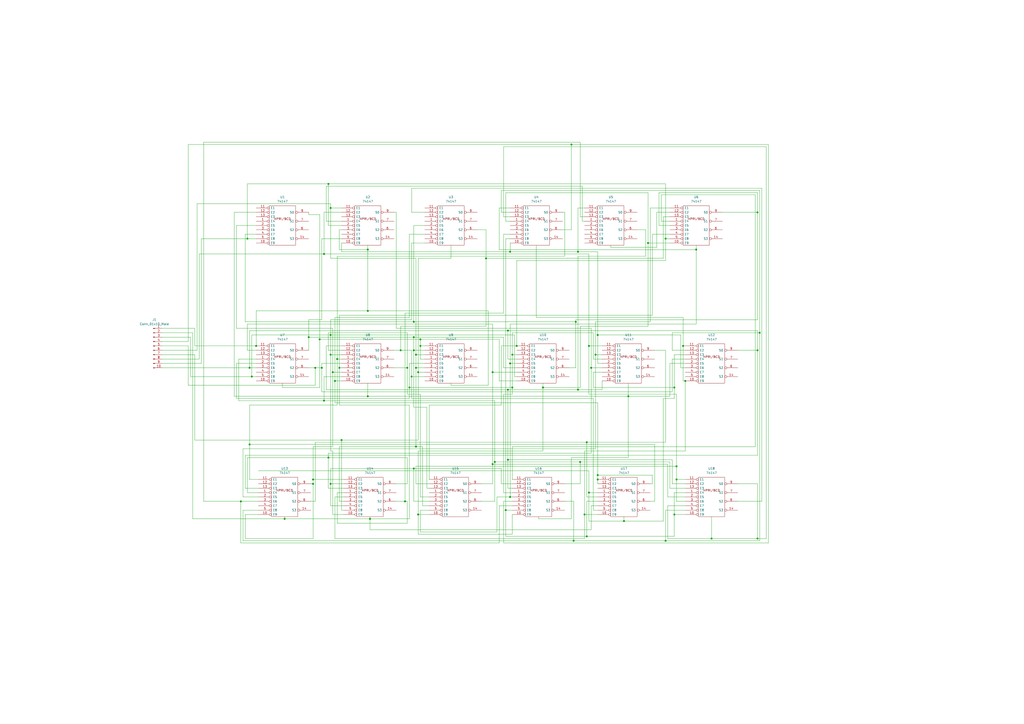
<source format=kicad_sch>
(kicad_sch (version 20211123) (generator eeschema)
  (paper "A2")
  (lib_symbols
    (symbol "74xx_IEEE:74147" (pin_names (offset 0.762))
      (property "Reference" "U" (at 5.08 12.7 0))
      (property "Value" "74147" (at 7.62 -12.7 0))
      (symbol "74147_0_0"
        (text "HPRI/BCD" (at 0 3.81 0) (effects (font (size 1.27 1.27))))
        (pin power_in line (at 0 11.43 270) (length 0) hide (name "VCC") (number "16"))
        (pin power_in line (at 0 -11.43 90) (length 0) hide (name "GND") (number "8"))
      )
      (symbol "74147_0_1"
        (rectangle (start -7.62 11.43) (end 7.62 -11.43))
      )
      (symbol "74147_1_1"
        (pin input inverted (at -15.24 2.54 0) (length 7.62) (name "E4") (number "1"))
        (pin input inverted (at -15.24 -10.16 0) (length 7.62) (name "E9") (number "10"))
        (pin input inverted (at -15.24 10.16 0) (length 7.62) (name "E1") (number "11"))
        (pin input inverted (at -15.24 7.62 0) (length 7.62) (name "E2") (number "12"))
        (pin input inverted (at -15.24 5.08 0) (length 7.62) (name "E3") (number "13"))
        (pin output inverted (at 15.24 -7.62 180) (length 7.62) (name "S3") (number "14"))
        (pin input inverted (at -15.24 0 0) (length 7.62) (name "E5") (number "2"))
        (pin input inverted (at -15.24 -2.54 0) (length 7.62) (name "E6") (number "3"))
        (pin input inverted (at -15.24 -5.08 0) (length 7.62) (name "E7") (number "4"))
        (pin input inverted (at -15.24 -7.62 0) (length 7.62) (name "E8") (number "5"))
        (pin output inverted (at 15.24 -2.54 180) (length 7.62) (name "S2") (number "6"))
        (pin output inverted (at 15.24 2.54 180) (length 7.62) (name "S1") (number "7"))
        (pin output inverted (at 15.24 7.62 180) (length 7.62) (name "S0") (number "9"))
      )
    )
    (symbol "Connector:Conn_01x10_Male" (pin_names (offset 1.016) hide)
      (property "Reference" "J" (at 0 12.7 0))
      (property "Value" "Conn_01x10_Male" (at 0 -15.24 0))
      (symbol "Conn_01x10_Male_1_1"
        (polyline (pts (xy 1.27 -12.7) (xy 0.8636 -12.7)) (stroke (width 0.1524)))
        (polyline (pts (xy 1.27 -10.16) (xy 0.8636 -10.16)) (stroke (width 0.1524)))
        (polyline (pts (xy 1.27 -7.62) (xy 0.8636 -7.62)) (stroke (width 0.1524)))
        (polyline (pts (xy 1.27 -5.08) (xy 0.8636 -5.08)) (stroke (width 0.1524)))
        (polyline (pts (xy 1.27 -2.54) (xy 0.8636 -2.54)) (stroke (width 0.1524)))
        (polyline (pts (xy 1.27 0) (xy 0.8636 0)) (stroke (width 0.1524)))
        (polyline (pts (xy 1.27 2.54) (xy 0.8636 2.54)) (stroke (width 0.1524)))
        (polyline (pts (xy 1.27 5.08) (xy 0.8636 5.08)) (stroke (width 0.1524)))
        (polyline (pts (xy 1.27 7.62) (xy 0.8636 7.62)) (stroke (width 0.1524)))
        (polyline (pts (xy 1.27 10.16) (xy 0.8636 10.16)) (stroke (width 0.1524)))
        (rectangle (start 0.8636 -12.573) (end 0 -12.827) (stroke (width 0.1524)) (fill (type outline)))
        (rectangle (start 0.8636 -10.033) (end 0 -10.287) (stroke (width 0.1524)) (fill (type outline)))
        (rectangle (start 0.8636 -7.493) (end 0 -7.747) (stroke (width 0.1524)) (fill (type outline)))
        (rectangle (start 0.8636 -4.953) (end 0 -5.207) (stroke (width 0.1524)) (fill (type outline)))
        (rectangle (start 0.8636 -2.413) (end 0 -2.667) (stroke (width 0.1524)) (fill (type outline)))
        (rectangle (start 0.8636 0.127) (end 0 -0.127) (stroke (width 0.1524)) (fill (type outline)))
        (rectangle (start 0.8636 2.667) (end 0 2.413) (stroke (width 0.1524)) (fill (type outline)))
        (rectangle (start 0.8636 5.207) (end 0 4.953) (stroke (width 0.1524)) (fill (type outline)))
        (rectangle (start 0.8636 7.747) (end 0 7.493) (stroke (width 0.1524)) (fill (type outline)))
        (rectangle (start 0.8636 10.287) (end 0 10.033) (stroke (width 0.1524)) (fill (type outline)))
        (pin passive line (at 5.08 10.16 180) (length 3.81) (name "Pin_1") (number "1"))
        (pin passive line (at 5.08 -12.7 180) (length 3.81) (name "Pin_10") (number "10"))
        (pin passive line (at 5.08 7.62 180) (length 3.81) (name "Pin_2") (number "2"))
        (pin passive line (at 5.08 5.08 180) (length 3.81) (name "Pin_3") (number "3"))
        (pin passive line (at 5.08 2.54 180) (length 3.81) (name "Pin_4") (number "4"))
        (pin passive line (at 5.08 0 180) (length 3.81) (name "Pin_5") (number "5"))
        (pin passive line (at 5.08 -2.54 180) (length 3.81) (name "Pin_6") (number "6"))
        (pin passive line (at 5.08 -5.08 180) (length 3.81) (name "Pin_7") (number "7"))
        (pin passive line (at 5.08 -7.62 180) (length 3.81) (name "Pin_8") (number "8"))
        (pin passive line (at 5.08 -10.16 180) (length 3.81) (name "Pin_9") (number "9"))
      )
    )
  )
  (junction (at 243.84 196.85))
  (junction (at 181.61 278.13))
  (junction (at 144.78 257.81))
  (junction (at 294.64 266.7))
  (junction (at 196.85 213.36))
  (junction (at 375.92 140.97))
  (junction (at 345.44 205.74))
  (junction (at 342.9 213.36))
  (junction (at 240.03 203.2))
  (junction (at 346.71 194.31))
  (junction (at 190.5 106.68))
  (junction (at 439.42 203.2))
  (junction (at 341.63 285.75))
  (junction (at 281.94 149.86))
  (junction (at 386.08 138.43))
  (junction (at 439.42 123.19))
  (junction (at 194.31 220.98))
  (junction (at 335.28 146.05))
  (junction (at 294.64 226.06))
  (junction (at 293.37 295.91))
  (junction (at 396.24 200.66))
  (junction (at 243.84 200.66))
  (junction (at 191.77 120.65))
  (junction (at 397.51 220.98))
  (junction (at 340.36 311.15))
  (junction (at 392.43 270.51))
  (junction (at 240.03 186.69))
  (junction (at 364.49 229.87))
  (junction (at 335.28 226.06))
  (junction (at 391.16 298.45))
  (junction (at 341.63 200.66))
  (junction (at 391.16 224.79))
  (junction (at 181.61 280.67))
  (junction (at 439.42 312.42))
  (junction (at 332.74 313.69))
  (junction (at 195.58 208.28))
  (junction (at 334.01 186.69))
  (junction (at 213.36 180.34))
  (junction (at 144.78 213.36))
  (junction (at 299.72 200.66))
  (junction (at 213.36 229.87))
  (junction (at 346.71 275.59))
  (junction (at 285.75 269.24))
  (junction (at 242.57 215.9))
  (junction (at 241.3 259.08))
  (junction (at 346.71 278.13))
  (junction (at 182.88 213.36))
  (junction (at 412.75 312.42))
  (junction (at 237.49 224.79))
  (junction (at 146.05 218.44))
  (junction (at 187.96 232.41))
  (junction (at 179.07 195.58))
  (junction (at 392.43 278.13))
  (junction (at 213.36 144.78))
  (junction (at 185.42 196.85))
  (junction (at 139.7 290.83))
  (junction (at 240.03 195.58))
  (junction (at 361.95 302.26))
  (junction (at 234.95 290.83))
  (junction (at 295.91 288.29))
  (junction (at 232.41 203.2))
  (junction (at 340.36 256.54))
  (junction (at 440.69 193.04))
  (junction (at 186.69 213.36))
  (junction (at 238.76 218.44))
  (junction (at 241.3 213.36))
  (junction (at 403.86 144.78))
  (junction (at 241.3 205.74))
  (junction (at 285.75 215.9))
  (junction (at 242.57 298.45))
  (junction (at 295.91 146.05))
  (junction (at 331.47 83.82))
  (junction (at 143.51 138.43))
  (junction (at 236.22 213.36))
  (junction (at 193.04 215.9))
  (junction (at 297.18 224.79))
  (junction (at 294.64 191.77))
  (junction (at 339.09 298.45))
  (junction (at 148.59 200.66))
  (junction (at 295.91 210.82))
  (junction (at 191.77 205.74))
  (junction (at 190.5 265.43))
  (junction (at 191.77 194.31))
  (junction (at 336.55 267.97))
  (junction (at 240.03 271.78))
  (junction (at 297.18 205.74))
  (junction (at 314.96 224.79))
  (junction (at 187.96 147.32))
  (junction (at 386.08 313.69))
  (junction (at 214.63 300.99))
  (junction (at 165.1 300.99))
  (junction (at 287.02 267.97))
  (junction (at 191.77 280.67))
  (junction (at 198.12 255.27))
  (wire (pts (xy 377.19 290.83) (xy 379.73 290.83)))
  (wire (pts (xy 238.76 109.22) (xy 238.76 123.19)))
  (wire (pts (xy 196.85 259.08) (xy 241.3 259.08)))
  (wire (pts (xy 314.96 261.62) (xy 242.57 261.62)))
  (wire (pts (xy 445.77 314.96) (xy 445.77 83.82)))
  (wire (pts (xy 295.91 128.27) (xy 293.37 128.27)))
  (wire (pts (xy 246.38 200.66) (xy 243.84 200.66)))
  (wire (pts (xy 388.62 130.81) (xy 382.27 130.81)))
  (wire (pts (xy 140.97 288.29) (xy 140.97 260.35)))
  (wire (pts (xy 336.55 224.79) (xy 314.96 224.79)))
  (wire (pts (xy 198.12 123.19) (xy 187.96 123.19)))
  (wire (pts (xy 214.63 300.99) (xy 214.63 307.34)))
  (wire (pts (xy 381 123.19) (xy 388.62 123.19)))
  (wire (pts (xy 392.43 278.13) (xy 397.51 278.13)))
  (wire (pts (xy 142.24 312.42) (xy 181.61 312.42)))
  (wire (pts (xy 213.36 229.87) (xy 364.49 229.87)))
  (wire (pts (xy 345.44 260.35) (xy 345.44 205.74)))
  (wire (pts (xy 289.56 220.98) (xy 289.56 196.85)))
  (wire (pts (xy 377.19 186.69) (xy 345.44 186.69)))
  (wire (pts (xy 283.21 223.52) (xy 283.21 180.34)))
  (wire (pts (xy 341.63 273.05) (xy 341.63 285.75)))
  (wire (pts (xy 237.49 210.82) (xy 237.49 224.79)))
  (wire (pts (xy 261.62 222.25) (xy 261.62 223.52)))
  (wire (pts (xy 383.54 128.27) (xy 388.62 128.27)))
  (wire (pts (xy 292.1 181.61) (xy 234.95 181.61)))
  (wire (pts (xy 93.98 190.5) (xy 113.03 190.5)))
  (wire (pts (xy 237.49 184.15) (xy 194.31 184.15)))
  (wire (pts (xy 377.19 120.65) (xy 377.19 186.69)))
  (wire (pts (xy 248.92 283.21) (xy 247.65 283.21)))
  (wire (pts (xy 281.94 149.86) (xy 281.94 189.23)))
  (wire (pts (xy 383.54 113.03) (xy 383.54 128.27)))
  (wire (pts (xy 110.49 195.58) (xy 110.49 218.44)))
  (wire (pts (xy 242.57 309.88) (xy 242.57 298.45)))
  (wire (pts (xy 246.38 135.89) (xy 237.49 135.89)))
  (wire (pts (xy 297.18 259.08) (xy 438.15 259.08)))
  (wire (pts (xy 387.35 293.37) (xy 397.51 293.37)))
  (wire (pts (xy 281.94 133.35) (xy 281.94 149.86)))
  (wire (pts (xy 346.71 233.68) (xy 346.71 275.59)))
  (wire (pts (xy 111.76 193.04) (xy 111.76 300.99)))
  (wire (pts (xy 335.28 226.06) (xy 349.25 226.06)))
  (wire (pts (xy 334.01 186.69) (xy 240.03 186.69)))
  (wire (pts (xy 248.92 290.83) (xy 240.03 290.83)))
  (wire (pts (xy 93.98 203.2) (xy 114.3 203.2)))
  (wire (pts (xy 243.84 288.29) (xy 243.84 228.6)))
  (wire (pts (xy 148.59 200.66) (xy 148.59 180.34)))
  (wire (pts (xy 236.22 303.53) (xy 236.22 290.83)))
  (wire (pts (xy 237.49 224.79) (xy 237.49 231.14)))
  (wire (pts (xy 93.98 213.36) (xy 144.78 213.36)))
  (wire (pts (xy 237.49 224.79) (xy 297.18 224.79)))
  (wire (pts (xy 392.43 228.6) (xy 392.43 270.51)))
  (wire (pts (xy 139.7 314.96) (xy 289.56 314.96)))
  (wire (pts (xy 198.12 146.05) (xy 295.91 146.05)))
  (wire (pts (xy 196.85 182.88) (xy 378.46 182.88)))
  (wire (pts (xy 292.1 290.83) (xy 292.1 314.96)))
  (wire (pts (xy 182.88 290.83) (xy 182.88 256.54)))
  (wire (pts (xy 364.49 229.87) (xy 364.49 222.25)))
  (wire (pts (xy 297.18 280.67) (xy 290.83 280.67)))
  (wire (pts (xy 179.07 124.46) (xy 185.42 124.46)))
  (wire (pts (xy 387.35 269.24) (xy 285.75 269.24)))
  (wire (pts (xy 181.61 259.08) (xy 181.61 278.13)))
  (wire (pts (xy 185.42 124.46) (xy 185.42 196.85)))
  (wire (pts (xy 214.63 299.72) (xy 214.63 300.99)))
  (wire (pts (xy 191.77 185.42) (xy 238.76 185.42)))
  (wire (pts (xy 294.64 226.06) (xy 335.28 226.06)))
  (wire (pts (xy 326.39 123.19) (xy 327.66 123.19)))
  (wire (pts (xy 241.3 270.51) (xy 392.43 270.51)))
  (wire (pts (xy 189.23 107.95) (xy 189.23 128.27)))
  (wire (pts (xy 144.78 234.95) (xy 195.58 234.95)))
  (wire (pts (xy 396.24 200.66) (xy 396.24 220.98)))
  (wire (pts (xy 440.69 193.04) (xy 440.69 313.69)))
  (wire (pts (xy 311.15 142.24) (xy 311.15 184.15)))
  (wire (pts (xy 290.83 200.66) (xy 299.72 200.66)))
  (wire (pts (xy 334.01 213.36) (xy 334.01 186.69)))
  (wire (pts (xy 381 143.51) (xy 381 123.19)))
  (wire (pts (xy 346.71 275.59) (xy 346.71 278.13)))
  (wire (pts (xy 298.45 218.44) (xy 298.45 194.31)))
  (wire (pts (xy 297.18 278.13) (xy 297.18 259.08)))
  (wire (pts (xy 397.51 213.36) (xy 394.97 213.36)))
  (wire (pts (xy 190.5 193.04) (xy 236.22 193.04)))
  (wire (pts (xy 281.94 189.23) (xy 232.41 189.23)))
  (wire (pts (xy 403.86 144.78) (xy 403.86 187.96)))
  (wire (pts (xy 243.84 295.91) (xy 248.92 295.91)))
  (wire (pts (xy 240.03 271.78) (xy 191.77 271.78)))
  (wire (pts (xy 196.85 290.83) (xy 196.85 259.08)))
  (wire (pts (xy 332.74 290.83) (xy 327.66 290.83)))
  (wire (pts (xy 143.51 265.43) (xy 190.5 265.43)))
  (wire (pts (xy 287.02 290.83) (xy 287.02 267.97)))
  (wire (pts (xy 445.77 83.82) (xy 331.47 83.82)))
  (wire (pts (xy 148.59 208.28) (xy 138.43 208.28)))
  (wire (pts (xy 295.91 288.29) (xy 288.29 288.29)))
  (wire (pts (xy 386.08 203.2) (xy 386.08 256.54)))
  (wire (pts (xy 238.76 218.44) (xy 238.76 203.2)))
  (wire (pts (xy 193.04 298.45) (xy 193.04 261.62)))
  (wire (pts (xy 341.63 228.6) (xy 392.43 228.6)))
  (wire (pts (xy 294.64 208.28) (xy 294.64 191.77)))
  (wire (pts (xy 189.23 128.27) (xy 198.12 128.27)))
  (wire (pts (xy 109.22 200.66) (xy 109.22 223.52)))
  (wire (pts (xy 240.03 195.58) (xy 240.03 203.2)))
  (wire (pts (xy 115.57 208.28) (xy 115.57 147.32)))
  (wire (pts (xy 387.35 312.42) (xy 387.35 293.37)))
  (wire (pts (xy 229.87 190.5) (xy 342.9 190.5)))
  (wire (pts (xy 297.18 285.75) (xy 292.1 285.75)))
  (wire (pts (xy 349.25 213.36) (xy 342.9 213.36)))
  (wire (pts (xy 386.08 313.69) (xy 332.74 313.69)))
  (wire (pts (xy 297.18 193.04) (xy 344.17 193.04)))
  (wire (pts (xy 199.39 293.37) (xy 191.77 293.37)))
  (wire (pts (xy 240.03 203.2) (xy 240.03 236.22)))
  (wire (pts (xy 335.28 146.05) (xy 346.71 146.05)))
  (wire (pts (xy 403.86 187.96) (xy 295.91 187.96)))
  (wire (pts (xy 149.86 283.21) (xy 142.24 283.21)))
  (wire (pts (xy 374.65 148.59) (xy 335.28 148.59)))
  (wire (pts (xy 387.35 288.29) (xy 387.35 269.24)))
  (wire (pts (xy 182.88 223.52) (xy 182.88 213.36)))
  (wire (pts (xy 198.12 133.35) (xy 196.85 133.35)))
  (wire (pts (xy 339.09 261.62) (xy 339.09 298.45)))
  (wire (pts (xy 439.42 123.19) (xy 439.42 185.42)))
  (wire (pts (xy 163.83 222.25) (xy 163.83 224.79)))
  (wire (pts (xy 388.62 267.97) (xy 336.55 267.97)))
  (wire (pts (xy 190.5 130.81) (xy 190.5 106.68)))
  (wire (pts (xy 276.86 133.35) (xy 281.94 133.35)))
  (wire (pts (xy 198.12 140.97) (xy 198.12 146.05)))
  (wire (pts (xy 397.51 261.62) (xy 339.09 261.62)))
  (wire (pts (xy 396.24 184.15) (xy 396.24 200.66)))
  (wire (pts (xy 397.51 295.91) (xy 386.08 295.91)))
  (wire (pts (xy 364.49 265.43) (xy 364.49 229.87)))
  (wire (pts (xy 149.86 288.29) (xy 140.97 288.29)))
  (wire (pts (xy 261.62 142.24) (xy 261.62 149.86)))
  (wire (pts (xy 139.7 290.83) (xy 149.86 290.83)))
  (wire (pts (xy 186.69 227.33) (xy 186.69 213.36)))
  (wire (pts (xy 196.85 234.95) (xy 237.49 234.95)))
  (wire (pts (xy 345.44 205.74) (xy 349.25 205.74)))
  (wire (pts (xy 199.39 298.45) (xy 193.04 298.45)))
  (wire (pts (xy 193.04 215.9) (xy 198.12 215.9)))
  (wire (pts (xy 340.36 288.29) (xy 346.71 288.29)))
  (wire (pts (xy 179.07 213.36) (xy 182.88 213.36)))
  (wire (pts (xy 143.51 138.43) (xy 143.51 106.68)))
  (wire (pts (xy 198.12 208.28) (xy 195.58 208.28)))
  (wire (pts (xy 299.72 151.13) (xy 386.08 151.13)))
  (wire (pts (xy 246.38 130.81) (xy 240.03 130.81)))
  (wire (pts (xy 142.24 186.69) (xy 142.24 135.89)))
  (wire (pts (xy 419.1 123.19) (xy 439.42 123.19)))
  (wire (pts (xy 143.51 187.96) (xy 285.75 187.96)))
  (wire (pts (xy 289.56 144.78) (xy 403.86 144.78)))
  (wire (pts (xy 238.76 218.44) (xy 238.76 231.14)))
  (wire (pts (xy 279.4 280.67) (xy 285.75 280.67)))
  (wire (pts (xy 342.9 307.34) (xy 214.63 307.34)))
  (wire (pts (xy 116.84 138.43) (xy 143.51 138.43)))
  (wire (pts (xy 295.91 187.96) (xy 295.91 210.82)))
  (wire (pts (xy 240.03 203.2) (xy 246.38 203.2)))
  (wire (pts (xy 394.97 213.36) (xy 394.97 194.31)))
  (wire (pts (xy 179.07 195.58) (xy 240.03 195.58)))
  (wire (pts (xy 369.57 133.35) (xy 374.65 133.35)))
  (wire (pts (xy 181.61 278.13) (xy 181.61 280.67)))
  (wire (pts (xy 336.55 280.67) (xy 327.66 280.67)))
  (wire (pts (xy 292.1 135.89) (xy 292.1 181.61)))
  (wire (pts (xy 144.78 213.36) (xy 144.78 191.77)))
  (wire (pts (xy 292.1 213.36) (xy 292.1 195.58)))
  (wire (pts (xy 199.39 285.75) (xy 195.58 285.75)))
  (wire (pts (xy 374.65 133.35) (xy 374.65 148.59)))
  (wire (pts (xy 228.6 213.36) (xy 236.22 213.36)))
  (wire (pts (xy 340.36 256.54) (xy 386.08 256.54)))
  (wire (pts (xy 341.63 285.75) (xy 341.63 302.26)))
  (wire (pts (xy 297.18 290.83) (xy 292.1 290.83)))
  (wire (pts (xy 299.72 218.44) (xy 298.45 218.44)))
  (wire (pts (xy 346.71 278.13) (xy 346.71 280.67)))
  (wire (pts (xy 285.75 269.24) (xy 285.75 280.67)))
  (wire (pts (xy 439.42 203.2) (xy 427.99 203.2)))
  (wire (pts (xy 346.71 210.82) (xy 349.25 210.82)))
  (wire (pts (xy 349.25 226.06) (xy 349.25 220.98)))
  (wire (pts (xy 193.04 261.62) (xy 191.77 261.62)))
  (wire (pts (xy 297.18 295.91) (xy 293.37 295.91)))
  (wire (pts (xy 181.61 312.42) (xy 181.61 280.67)))
  (wire (pts (xy 198.12 220.98) (xy 194.31 220.98)))
  (wire (pts (xy 388.62 125.73) (xy 384.81 125.73)))
  (wire (pts (xy 299.72 210.82) (xy 295.91 210.82)))
  (wire (pts (xy 354.33 142.24) (xy 354.33 143.51)))
  (wire (pts (xy 142.24 264.16) (xy 142.24 283.21)))
  (wire (pts (xy 295.91 146.05) (xy 335.28 146.05)))
  (wire (pts (xy 364.49 229.87) (xy 388.62 229.87)))
  (wire (pts (xy 439.42 191.77) (xy 439.42 203.2)))
  (wire (pts (xy 287.02 232.41) (xy 287.02 267.97)))
  (wire (pts (xy 375.92 189.23) (xy 336.55 189.23)))
  (wire (pts (xy 341.63 302.26) (xy 361.95 302.26)))
  (wire (pts (xy 349.25 215.9) (xy 344.17 215.9)))
  (wire (pts (xy 397.51 208.28) (xy 389.89 208.28)))
  (wire (pts (xy 165.1 300.99) (xy 165.1 299.72)))
  (wire (pts (xy 195.58 208.28) (xy 195.58 234.95)))
  (wire (pts (xy 386.08 313.69) (xy 440.69 313.69)))
  (wire (pts (xy 341.63 285.75) (xy 346.71 285.75)))
  (wire (pts (xy 297.18 309.88) (xy 242.57 309.88)))
  (wire (pts (xy 389.89 193.04) (xy 440.69 193.04)))
  (wire (pts (xy 292.1 125.73) (xy 292.1 85.09)))
  (wire (pts (xy 109.22 83.82) (xy 109.22 198.12)))
  (wire (pts (xy 346.71 290.83) (xy 340.36 290.83)))
  (wire (pts (xy 237.49 300.99) (xy 214.63 300.99)))
  (wire (pts (xy 331.47 300.99) (xy 331.47 265.43)))
  (wire (pts (xy 441.96 109.22) (xy 238.76 109.22)))
  (wire (pts (xy 297.18 224.79) (xy 297.18 205.74)))
  (wire (pts (xy 285.75 215.9) (xy 285.75 269.24)))
  (wire (pts (xy 146.05 194.31) (xy 146.05 218.44)))
  (wire (pts (xy 292.1 85.09) (xy 444.5 85.09)))
  (wire (pts (xy 229.87 123.19) (xy 229.87 190.5)))
  (wire (pts (xy 138.43 232.41) (xy 187.96 232.41)))
  (wire (pts (xy 187.96 147.32) (xy 341.63 147.32)))
  (wire (pts (xy 182.88 213.36) (xy 186.69 213.36)))
  (wire (pts (xy 237.49 234.95) (xy 237.49 300.99)))
  (wire (pts (xy 199.39 278.13) (xy 181.61 278.13)))
  (wire (pts (xy 146.05 218.44) (xy 148.59 218.44)))
  (wire (pts (xy 143.51 106.68) (xy 190.5 106.68)))
  (wire (pts (xy 297.18 288.29) (xy 295.91 288.29)))
  (wire (pts (xy 148.59 138.43) (xy 143.51 138.43)))
  (wire (pts (xy 295.91 123.19) (xy 290.83 123.19)))
  (wire (pts (xy 389.89 208.28) (xy 389.89 227.33)))
  (wire (pts (xy 289.56 120.65) (xy 289.56 144.78)))
  (wire (pts (xy 189.23 200.66) (xy 198.12 200.66)))
  (wire (pts (xy 113.03 200.66) (xy 148.59 200.66)))
  (wire (pts (xy 314.96 224.79) (xy 314.96 261.62)))
  (wire (pts (xy 234.95 290.83) (xy 236.22 290.83)))
  (wire (pts (xy 140.97 260.35) (xy 345.44 260.35)))
  (wire (pts (xy 243.84 208.28) (xy 246.38 208.28)))
  (wire (pts (xy 292.1 314.96) (xy 445.77 314.96)))
  (wire (pts (xy 261.62 149.86) (xy 242.57 149.86)))
  (wire (pts (xy 194.31 233.68) (xy 346.71 233.68)))
  (wire (pts (xy 392.43 270.51) (xy 392.43 278.13)))
  (wire (pts (xy 388.62 283.21) (xy 388.62 267.97)))
  (wire (pts (xy 190.5 106.68) (xy 386.08 106.68)))
  (wire (pts (xy 330.2 213.36) (xy 334.01 213.36)))
  (wire (pts (xy 187.96 218.44) (xy 187.96 232.41)))
  (wire (pts (xy 290.83 123.19) (xy 290.83 110.49)))
  (wire (pts (xy 297.18 298.45) (xy 297.18 309.88)))
  (wire (pts (xy 148.59 130.81) (xy 137.16 130.81)))
  (wire (pts (xy 148.59 123.19) (xy 135.89 123.19)))
  (wire (pts (xy 294.64 266.7) (xy 294.64 283.21)))
  (wire (pts (xy 297.18 293.37) (xy 289.56 293.37)))
  (wire (pts (xy 243.84 228.6) (xy 236.22 228.6)))
  (wire (pts (xy 397.51 285.75) (xy 391.16 285.75)))
  (wire (pts (xy 335.28 120.65) (xy 335.28 146.05)))
  (wire (pts (xy 344.17 231.14) (xy 238.76 231.14)))
  (wire (pts (xy 427.99 280.67) (xy 439.42 280.67)))
  (wire (pts (xy 378.46 135.89) (xy 378.46 182.88)))
  (wire (pts (xy 115.57 147.32) (xy 187.96 147.32)))
  (wire (pts (xy 342.9 293.37) (xy 342.9 307.34)))
  (wire (pts (xy 287.02 267.97) (xy 336.55 267.97)))
  (wire (pts (xy 396.24 220.98) (xy 397.51 220.98)))
  (wire (pts (xy 139.7 314.96) (xy 139.7 290.83)))
  (wire (pts (xy 137.16 210.82) (xy 137.16 231.14)))
  (wire (pts (xy 241.3 259.08) (xy 245.11 259.08)))
  (wire (pts (xy 293.37 111.76) (xy 375.92 111.76)))
  (wire (pts (xy 292.1 195.58) (xy 240.03 195.58)))
  (wire (pts (xy 148.59 203.2) (xy 143.51 203.2)))
  (wire (pts (xy 389.89 266.7) (xy 294.64 266.7)))
  (wire (pts (xy 195.58 303.53) (xy 236.22 303.53)))
  (wire (pts (xy 295.91 140.97) (xy 295.91 146.05)))
  (wire (pts (xy 229.87 280.67) (xy 236.22 280.67)))
  (wire (pts (xy 397.51 210.82) (xy 388.62 210.82)))
  (wire (pts (xy 142.24 298.45) (xy 142.24 312.42)))
  (wire (pts (xy 195.58 285.75) (xy 195.58 303.53)))
  (wire (pts (xy 149.86 273.05) (xy 341.63 273.05)))
  (wire (pts (xy 311.15 184.15) (xy 396.24 184.15)))
  (wire (pts (xy 294.64 191.77) (xy 439.42 191.77)))
  (wire (pts (xy 196.85 133.35) (xy 196.85 144.78)))
  (wire (pts (xy 238.76 140.97) (xy 238.76 185.42)))
  (wire (pts (xy 344.17 295.91) (xy 344.17 231.14)))
  (wire (pts (xy 196.85 182.88) (xy 196.85 213.36)))
  (wire (pts (xy 237.49 135.89) (xy 237.49 184.15)))
  (wire (pts (xy 143.51 203.2) (xy 143.51 187.96)))
  (wire (pts (xy 295.91 135.89) (xy 292.1 135.89)))
  (wire (pts (xy 412.75 299.72) (xy 412.75 312.42)))
  (wire (pts (xy 378.46 275.59) (xy 346.71 275.59)))
  (wire (pts (xy 289.56 196.85) (xy 243.84 196.85)))
  (wire (pts (xy 179.07 203.2) (xy 179.07 195.58)))
  (wire (pts (xy 439.42 264.16) (xy 439.42 203.2)))
  (wire (pts (xy 185.42 224.79) (xy 185.42 196.85)))
  (wire (pts (xy 240.03 290.83) (xy 240.03 271.78)))
  (wire (pts (xy 242.57 149.86) (xy 242.57 215.9)))
  (wire (pts (xy 391.16 224.79) (xy 391.16 231.14)))
  (wire (pts (xy 345.44 186.69) (xy 345.44 205.74)))
  (wire (pts (xy 389.89 227.33) (xy 186.69 227.33)))
  (wire (pts (xy 137.16 190.5) (xy 193.04 190.5)))
  (wire (pts (xy 187.96 232.41) (xy 287.02 232.41)))
  (wire (pts (xy 241.3 259.08) (xy 241.3 213.36)))
  (wire (pts (xy 297.18 205.74) (xy 297.18 193.04)))
  (wire (pts (xy 336.55 189.23) (xy 336.55 224.79)))
  (wire (pts (xy 342.9 213.36) (xy 342.9 262.89)))
  (wire (pts (xy 113.03 190.5) (xy 113.03 200.66)))
  (wire (pts (xy 198.12 295.91) (xy 199.39 295.91)))
  (wire (pts (xy 391.16 285.75) (xy 391.16 298.45)))
  (wire (pts (xy 118.11 82.55) (xy 118.11 290.83)))
  (wire (pts (xy 388.62 120.65) (xy 377.19 120.65)))
  (wire (pts (xy 199.39 290.83) (xy 196.85 290.83)))
  (wire (pts (xy 194.31 312.42) (xy 194.31 288.29)))
  (wire (pts (xy 388.62 135.89) (xy 378.46 135.89)))
  (wire (pts (xy 388.62 140.97) (xy 375.92 140.97)))
  (wire (pts (xy 339.09 125.73) (xy 336.55 125.73)))
  (wire (pts (xy 232.41 203.2) (xy 228.6 203.2)))
  (wire (pts (xy 241.3 149.86) (xy 241.3 205.74)))
  (wire (pts (xy 312.42 299.72) (xy 312.42 300.99)))
  (wire (pts (xy 334.01 185.42) (xy 334.01 186.69)))
  (wire (pts (xy 191.77 205.74) (xy 191.77 194.31)))
  (wire (pts (xy 245.11 293.37) (xy 245.11 259.08)))
  (wire (pts (xy 191.77 293.37) (xy 191.77 280.67)))
  (wire (pts (xy 384.81 231.14) (xy 391.16 231.14)))
  (wire (pts (xy 349.25 200.66) (xy 341.63 200.66)))
  (wire (pts (xy 242.57 298.45) (xy 248.92 298.45)))
  (wire (pts (xy 193.04 190.5) (xy 193.04 215.9)))
  (wire (pts (xy 93.98 210.82) (xy 116.84 210.82)))
  (wire (pts (xy 331.47 265.43) (xy 364.49 265.43)))
  (wire (pts (xy 229.87 290.83) (xy 234.95 290.83)))
  (wire (pts (xy 232.41 189.23) (xy 232.41 203.2)))
  (wire (pts (xy 295.91 138.43) (xy 293.37 138.43)))
  (wire (pts (xy 137.16 231.14) (xy 237.49 231.14)))
  (wire (pts (xy 148.59 180.34) (xy 213.36 180.34)))
  (wire (pts (xy 340.36 311.15) (xy 391.16 311.15)))
  (wire (pts (xy 236.22 280.67) (xy 236.22 265.43)))
  (wire (pts (xy 340.36 256.54) (xy 340.36 288.29)))
  (wire (pts (xy 337.82 107.95) (xy 189.23 107.95)))
  (wire (pts (xy 397.51 288.29) (xy 387.35 288.29)))
  (wire (pts (xy 292.1 228.6) (xy 297.18 228.6)))
  (wire (pts (xy 196.85 213.36) (xy 196.85 234.95)))
  (wire (pts (xy 299.72 213.36) (xy 292.1 213.36)))
  (wire (pts (xy 186.69 138.43) (xy 186.69 185.42)))
  (wire (pts (xy 189.23 200.66) (xy 189.23 226.06)))
  (wire (pts (xy 179.07 185.42) (xy 179.07 195.58)))
  (wire (pts (xy 346.71 298.45) (xy 339.09 298.45)))
  (wire (pts (xy 198.12 205.74) (xy 191.77 205.74)))
  (wire (pts (xy 198.12 130.81) (xy 190.5 130.81)))
  (wire (pts (xy 191.77 271.78) (xy 191.77 280.67)))
  (wire (pts (xy 109.22 83.82) (xy 331.47 83.82)))
  (wire (pts (xy 198.12 218.44) (xy 187.96 218.44)))
  (wire (pts (xy 138.43 208.28) (xy 138.43 232.41)))
  (wire (pts (xy 340.36 290.83) (xy 340.36 311.15)))
  (wire (pts (xy 189.23 226.06) (xy 294.64 226.06)))
  (wire (pts (xy 114.3 203.2) (xy 114.3 118.11)))
  (wire (pts (xy 191.77 149.86) (xy 241.3 149.86)))
  (wire (pts (xy 236.22 265.43) (xy 190.5 265.43)))
  (wire (pts (xy 294.64 226.06) (xy 294.64 266.7)))
  (wire (pts (xy 149.86 295.91) (xy 140.97 295.91)))
  (wire (pts (xy 190.5 203.2) (xy 190.5 193.04)))
  (wire (pts (xy 236.22 193.04) (xy 236.22 213.36)))
  (wire (pts (xy 388.62 210.82) (xy 388.62 229.87)))
  (wire (pts (xy 142.24 135.89) (xy 148.59 135.89)))
  (wire (pts (xy 187.96 123.19) (xy 187.96 147.32)))
  (wire (pts (xy 140.97 313.69) (xy 332.74 313.69)))
  (wire (pts (xy 182.88 256.54) (xy 340.36 256.54)))
  (wire (pts (xy 377.19 280.67) (xy 378.46 280.67)))
  (wire (pts (xy 109.22 223.52) (xy 182.88 223.52)))
  (wire (pts (xy 190.5 283.21) (xy 199.39 283.21)))
  (wire (pts (xy 378.46 280.67) (xy 378.46 275.59)))
  (wire (pts (xy 190.5 265.43) (xy 190.5 283.21)))
  (wire (pts (xy 293.37 128.27) (xy 293.37 111.76)))
  (wire (pts (xy 198.12 203.2) (xy 190.5 203.2)))
  (wire (pts (xy 290.83 234.95) (xy 290.83 200.66)))
  (wire (pts (xy 389.89 203.2) (xy 389.89 193.04)))
  (wire (pts (xy 228.6 123.19) (xy 229.87 123.19)))
  (wire (pts (xy 142.24 264.16) (xy 439.42 264.16)))
  (wire (pts (xy 339.09 128.27) (xy 337.82 128.27)))
  (wire (pts (xy 299.72 205.74) (xy 297.18 205.74)))
  (wire (pts (xy 234.95 181.61) (xy 234.95 290.83)))
  (wire (pts (xy 331.47 133.35) (xy 326.39 133.35)))
  (wire (pts (xy 196.85 144.78) (xy 213.36 144.78)))
  (wire (pts (xy 93.98 195.58) (xy 110.49 195.58)))
  (wire (pts (xy 191.77 205.74) (xy 191.77 261.62)))
  (wire (pts (xy 294.64 283.21) (xy 297.18 283.21)))
  (wire (pts (xy 243.84 200.66) (xy 243.84 208.28)))
  (wire (pts (xy 247.65 283.21) (xy 247.65 236.22)))
  (wire (pts (xy 248.92 234.95) (xy 290.83 234.95)))
  (wire (pts (xy 346.71 293.37) (xy 342.9 293.37)))
  (wire (pts (xy 191.77 194.31) (xy 298.45 194.31)))
  (wire (pts (xy 247.65 236.22) (xy 240.03 236.22)))
  (wire (pts (xy 110.49 218.44) (xy 146.05 218.44)))
  (wire (pts (xy 236.22 228.6) (xy 236.22 213.36)))
  (wire (pts (xy 438.15 113.03) (xy 383.54 113.03)))
  (wire (pts (xy 241.3 213.36) (xy 246.38 213.36)))
  (wire (pts (xy 379.73 257.81) (xy 379.73 290.83)))
  (wire (pts (xy 331.47 83.82) (xy 331.47 133.35)))
  (wire (pts (xy 242.57 215.9) (xy 242.57 255.27)))
  (wire (pts (xy 336.55 82.55) (xy 118.11 82.55)))
  (wire (pts (xy 194.31 220.98) (xy 194.31 233.68)))
  (wire (pts (xy 193.04 259.08) (xy 181.61 259.08)))
  (wire (pts (xy 391.16 205.74) (xy 397.51 205.74)))
  (wire (pts (xy 427.99 290.83) (xy 441.96 290.83)))
  (wire (pts (xy 299.72 200.66) (xy 299.72 151.13)))
  (wire (pts (xy 114.3 118.11) (xy 191.77 118.11)))
  (wire (pts (xy 386.08 106.68) (xy 386.08 138.43)))
  (wire (pts (xy 391.16 298.45) (xy 391.16 311.15)))
  (wire (pts (xy 332.74 313.69) (xy 332.74 290.83)))
  (wire (pts (xy 314.96 222.25) (xy 314.96 224.79)))
  (wire (pts (xy 379.73 257.81) (xy 144.78 257.81)))
  (wire (pts (xy 179.07 123.19) (xy 179.07 124.46)))
  (wire (pts (xy 149.86 285.75) (xy 143.51 285.75)))
  (wire (pts (xy 191.77 280.67) (xy 199.39 280.67)))
  (wire (pts (xy 198.12 255.27) (xy 198.12 295.91)))
  (wire (pts (xy 439.42 111.76) (xy 439.42 123.19)))
  (wire (pts (xy 285.75 187.96) (xy 285.75 215.9)))
  (wire (pts (xy 384.81 302.26) (xy 384.81 231.14)))
  (wire (pts (xy 344.17 193.04) (xy 344.17 208.28)))
  (wire (pts (xy 113.03 205.74) (xy 113.03 255.27)))
  (wire (pts (xy 295.91 120.65) (xy 289.56 120.65)))
  (wire (pts (xy 397.51 220.98) (xy 397.51 261.62)))
  (wire (pts (xy 198.12 138.43) (xy 186.69 138.43)))
  (wire (pts (xy 361.95 299.72) (xy 361.95 302.26)))
  (wire (pts (xy 113.03 255.27) (xy 198.12 255.27)))
  (wire (pts (xy 346.71 194.31) (xy 346.71 210.82)))
  (wire (pts (xy 312.42 300.99) (xy 331.47 300.99)))
  (wire (pts (xy 246.38 210.82) (xy 237.49 210.82)))
  (wire (pts (xy 246.38 218.44) (xy 238.76 218.44)))
  (wire (pts (xy 238.76 123.19) (xy 246.38 123.19)))
  (wire (pts (xy 240.03 130.81) (xy 240.03 186.69)))
  (wire (pts (xy 440.69 110.49) (xy 440.69 193.04)))
  (wire (pts (xy 295.91 125.73) (xy 292.1 125.73)))
  (wire (pts (xy 148.59 213.36) (xy 144.78 213.36)))
  (wire (pts (xy 180.34 280.67) (xy 181.61 280.67)))
  (wire (pts (xy 240.03 186.69) (xy 142.24 186.69)))
  (wire (pts (xy 243.84 308.61) (xy 243.84 295.91)))
  (wire (pts (xy 195.58 148.59) (xy 327.66 148.59)))
  (wire (pts (xy 191.77 185.42) (xy 191.77 194.31)))
  (wire (pts (xy 342.9 262.89) (xy 190.5 262.89)))
  (wire (pts (xy 339.09 298.45) (xy 339.09 312.42)))
  (wire (pts (xy 336.55 125.73) (xy 336.55 82.55)))
  (wire (pts (xy 397.51 203.2) (xy 389.89 203.2)))
  (wire (pts (xy 148.59 210.82) (xy 137.16 210.82)))
  (wire (pts (xy 191.77 118.11) (xy 191.77 120.65)))
  (wire (pts (xy 246.38 215.9) (xy 242.57 215.9)))
  (wire (pts (xy 248.92 280.67) (xy 241.3 280.67)))
  (wire (pts (xy 248.92 278.13) (xy 248.92 234.95)))
  (wire (pts (xy 344.17 208.28) (xy 349.25 208.28)))
  (wire (pts (xy 391.16 298.45) (xy 397.51 298.45)))
  (wire (pts (xy 386.08 295.91) (xy 386.08 313.69)))
  (wire (pts (xy 213.36 180.34) (xy 213.36 144.78)))
  (wire (pts (xy 248.92 293.37) (xy 245.11 293.37)))
  (wire (pts (xy 389.89 280.67) (xy 389.89 266.7)))
  (wire (pts (xy 135.89 123.19) (xy 135.89 229.87)))
  (wire (pts (xy 191.77 120.65) (xy 191.77 149.86)))
  (wire (pts (xy 290.83 271.78) (xy 240.03 271.78)))
  (wire (pts (xy 293.37 138.43) (xy 293.37 295.91)))
  (wire (pts (xy 198.12 120.65) (xy 191.77 120.65)))
  (wire (pts (xy 439.42 185.42) (xy 334.01 185.42)))
  (wire (pts (xy 248.92 288.29) (xy 243.84 288.29)))
  (wire (pts (xy 191.77 194.31) (xy 146.05 194.31)))
  (wire (pts (xy 297.18 228.6) (xy 297.18 224.79)))
  (wire (pts (xy 116.84 210.82) (xy 116.84 138.43)))
  (wire (pts (xy 361.95 302.26) (xy 384.81 302.26)))
  (wire (pts (xy 93.98 193.04) (xy 111.76 193.04)))
  (wire (pts (xy 288.29 308.61) (xy 243.84 308.61)))
  (wire (pts (xy 336.55 267.97) (xy 336.55 280.67)))
  (wire (pts (xy 444.5 312.42) (xy 439.42 312.42)))
  (wire (pts (xy 293.37 295.91) (xy 293.37 311.15)))
  (wire (pts (xy 194.31 288.29) (xy 199.39 288.29)))
  (wire (pts (xy 337.82 128.27) (xy 337.82 107.95)))
  (wire (pts (xy 185.42 196.85) (xy 243.84 196.85)))
  (wire (pts (xy 342.9 190.5) (xy 342.9 213.36)))
  (wire (pts (xy 354.33 143.51) (xy 381 143.51)))
  (wire (pts (xy 403.86 142.24) (xy 403.86 144.78)))
  (wire (pts (xy 392.43 290.83) (xy 392.43 278.13)))
  (wire (pts (xy 299.72 220.98) (xy 289.56 220.98)))
  (wire (pts (xy 144.78 191.77) (xy 294.64 191.77)))
  (wire (pts (xy 344.17 295.91) (xy 346.71 295.91)))
  (wire (pts (xy 232.41 203.2) (xy 238.76 203.2)))
  (wire (pts (xy 290.83 280.67) (xy 290.83 271.78)))
  (wire (pts (xy 140.97 295.91) (xy 140.97 313.69)))
  (wire (pts (xy 412.75 312.42) (xy 439.42 312.42)))
  (wire (pts (xy 137.16 130.81) (xy 137.16 190.5)))
  (wire (pts (xy 388.62 283.21) (xy 397.51 283.21)))
  (wire (pts (xy 163.83 224.79) (xy 185.42 224.79)))
  (wire (pts (xy 194.31 312.42) (xy 339.09 312.42)))
  (wire (pts (xy 213.36 222.25) (xy 213.36 229.87)))
  (wire (pts (xy 180.34 290.83) (xy 182.88 290.83)))
  (wire (pts (xy 341.63 200.66) (xy 341.63 228.6)))
  (wire (pts (xy 195.58 148.59) (xy 195.58 208.28)))
  (wire (pts (xy 283.21 180.34) (xy 213.36 180.34)))
  (wire (pts (xy 444.5 85.09) (xy 444.5 312.42)))
  (wire (pts (xy 118.11 290.83) (xy 139.7 290.83)))
  (wire (pts (xy 111.76 300.99) (xy 165.1 300.99)))
  (wire (pts (xy 382.27 111.76) (xy 439.42 111.76)))
  (wire (pts (xy 382.27 130.81) (xy 382.27 111.76)))
  (wire (pts (xy 344.17 215.9) (xy 344.17 224.79)))
  (wire (pts (xy 149.86 298.45) (xy 142.24 298.45)))
  (wire (pts (xy 246.38 140.97) (xy 238.76 140.97)))
  (wire (pts (xy 213.36 144.78) (xy 213.36 142.24)))
  (wire (pts (xy 243.84 196.85) (xy 243.84 200.66)))
  (wire (pts (xy 261.62 223.52) (xy 283.21 223.52)))
  (wire (pts (xy 93.98 200.66) (xy 109.22 200.66)))
  (wire (pts (xy 289.56 293.37) (xy 289.56 314.96)))
  (wire (pts (xy 327.66 123.19) (xy 327.66 148.59)))
  (wire (pts (xy 193.04 215.9) (xy 193.04 259.08)))
  (wire (pts (xy 394.97 194.31) (xy 346.71 194.31)))
  (wire (pts (xy 412.75 312.42) (xy 387.35 312.42)))
  (wire (pts (xy 386.08 138.43) (xy 388.62 138.43)))
  (wire (pts (xy 93.98 208.28) (xy 115.57 208.28)))
  (wire (pts (xy 339.09 120.65) (xy 335.28 120.65)))
  (wire (pts (xy 246.38 205.74) (xy 241.3 205.74)))
  (wire (pts (xy 299.72 208.28) (xy 294.64 208.28)))
  (wire (pts (xy 198.12 210.82) (xy 186.69 210.82)))
  (wire (pts (xy 439.42 280.67) (xy 439.42 312.42)))
  (wire (pts (xy 397.51 280.67) (xy 389.89 280.67)))
  (wire (pts (xy 290.83 110.49) (xy 440.69 110.49)))
  (wire (pts (xy 281.94 149.86) (xy 384.81 149.86)))
  (wire (pts (xy 93.98 205.74) (xy 113.03 205.74)))
  (wire (pts (xy 186.69 185.42) (xy 179.07 185.42)))
  (wire (pts (xy 186.69 210.82) (xy 186.69 213.36)))
  (wire (pts (xy 214.63 300.99) (xy 165.1 300.99)))
  (wire (pts (xy 144.78 234.95) (xy 144.78 257.81)))
  (wire (pts (xy 198.12 213.36) (xy 196.85 213.36)))
  (wire (pts (xy 144.78 278.13) (xy 149.86 278.13)))
  (wire (pts (xy 379.73 203.2) (xy 386.08 203.2)))
  (wire (pts (xy 346.71 146.05) (xy 346.71 194.31)))
  (wire (pts (xy 242.57 255.27) (xy 198.12 255.27)))
  (wire (pts (xy 292.1 285.75) (xy 292.1 228.6)))
  (wire (pts (xy 194.31 184.15) (xy 194.31 220.98)))
  (wire (pts (xy 279.4 290.83) (xy 287.02 290.83)))
  (wire (pts (xy 190.5 262.89) (xy 190.5 265.43)))
  (wire (pts (xy 295.91 210.82) (xy 295.91 288.29)))
  (wire (pts (xy 341.63 147.32) (xy 341.63 200.66)))
  (wire (pts (xy 135.89 229.87) (xy 213.36 229.87)))
  (wire (pts (xy 241.3 270.51) (xy 241.3 280.67)))
  (wire (pts (xy 375.92 140.97) (xy 375.92 189.23)))
  (wire (pts (xy 438.15 259.08) (xy 438.15 113.03)))
  (wire (pts (xy 288.29 288.29) (xy 288.29 308.61)))
  (wire (pts (xy 397.51 200.66) (xy 396.24 200.66)))
  (wire (pts (xy 299.72 215.9) (xy 285.75 215.9)))
  (wire (pts (xy 93.98 198.12) (xy 109.22 198.12)))
  (wire (pts (xy 335.28 148.59) (xy 335.28 226.06)))
  (wire (pts (xy 375.92 111.76) (xy 375.92 140.97)))
  (wire (pts (xy 384.81 125.73) (xy 384.81 149.86)))
  (wire (pts (xy 391.16 224.79) (xy 391.16 205.74)))
  (wire (pts (xy 242.57 261.62) (xy 242.57 298.45)))
  (wire (pts (xy 143.51 285.75) (xy 143.51 265.43)))
  (wire (pts (xy 293.37 311.15) (xy 340.36 311.15)))
  (wire (pts (xy 344.17 224.79) (xy 391.16 224.79)))
  (wire (pts (xy 397.51 290.83) (xy 392.43 290.83)))
  (wire (pts (xy 386.08 151.13) (xy 386.08 138.43)))
  (wire (pts (xy 144.78 257.81) (xy 144.78 278.13)))
  (wire (pts (xy 441.96 109.22) (xy 441.96 290.83)))
  (wire (pts (xy 241.3 205.74) (xy 241.3 213.36)))
  (symbol (lib_id "74xx_IEEE:74147") (at 412.75 210.82 0) (unit 1)
    (property "Reference" "U12" (at 412.75 194.31 0))
    (property "Value" "74147" (at 412.75 196.85 0))
  )
  (symbol (lib_id "Connector:Conn_01x10_Male") (at 88.9 200.66 0) (unit 1)
    (property "Reference" "J1" (at 89.535 185.42 0))
    (property "Value" "Conn_01x10_Male" (at 89.535 187.96 0))
  )
  (symbol (lib_id "74xx_IEEE:74147") (at 364.49 210.82 0) (unit 1)
    (property "Reference" "U11" (at 364.49 194.31 0))
    (property "Value" "74147" (at 364.49 196.85 0))
  )
  (symbol (lib_id "74xx_IEEE:74147") (at 311.15 130.81 0) (unit 1)
    (property "Reference" "U4" (at 311.15 114.3 0))
    (property "Value" "74147" (at 311.15 116.84 0))
  )
  (symbol (lib_id "74xx_IEEE:74147") (at 165.1 288.29 0) (unit 1)
    (property "Reference" "U13" (at 165.1 271.78 0))
    (property "Value" "74147" (at 165.1 274.32 0))
  )
  (symbol (lib_id "74xx_IEEE:74147") (at 214.63 288.29 0) (unit 1)
    (property "Reference" "U14" (at 214.63 271.78 0))
    (property "Value" "74147" (at 214.63 274.32 0))
  )
  (symbol (lib_id "74xx_IEEE:74147") (at 163.83 130.81 0) (unit 1)
    (property "Reference" "U1" (at 163.83 114.3 0))
    (property "Value" "74147" (at 163.83 116.84 0))
  )
  (symbol (lib_id "74xx_IEEE:74147") (at 163.83 210.82 0) (unit 1)
    (property "Reference" "U7" (at 163.83 194.31 0))
    (property "Value" "74147" (at 163.83 196.85 0))
  )
  (symbol (lib_id "74xx_IEEE:74147") (at 264.16 288.29 0) (unit 1)
    (property "Reference" "U15" (at 264.16 271.78 0))
    (property "Value" "74147" (at 264.16 274.32 0))
  )
  (symbol (lib_id "74xx_IEEE:74147") (at 261.62 130.81 0) (unit 1)
    (property "Reference" "U3" (at 261.62 114.3 0))
    (property "Value" "74147" (at 261.62 116.84 0))
  )
  (symbol (lib_id "74xx_IEEE:74147") (at 412.75 288.29 0) (unit 1)
    (property "Reference" "U18" (at 412.75 271.78 0))
    (property "Value" "74147" (at 412.75 274.32 0))
  )
  (symbol (lib_id "74xx_IEEE:74147") (at 213.36 210.82 0) (unit 1)
    (property "Reference" "U8" (at 213.36 194.31 0))
    (property "Value" "74147" (at 213.36 196.85 0))
  )
  (symbol (lib_id "74xx_IEEE:74147") (at 261.62 210.82 0) (unit 1)
    (property "Reference" "U9" (at 261.62 194.31 0))
    (property "Value" "74147" (at 261.62 196.85 0))
  )
  (symbol (lib_id "74xx_IEEE:74147") (at 403.86 130.81 0) (unit 1)
    (property "Reference" "U6" (at 403.86 114.3 0))
    (property "Value" "74147" (at 403.86 116.84 0))
  )
  (symbol (lib_id "74xx_IEEE:74147") (at 312.42 288.29 0) (unit 1)
    (property "Reference" "U16" (at 312.42 271.78 0))
    (property "Value" "74147" (at 312.42 274.32 0))
  )
  (symbol (lib_id "74xx_IEEE:74147") (at 314.96 210.82 0) (unit 1)
    (property "Reference" "U10" (at 314.96 194.31 0))
    (property "Value" "74147" (at 314.96 196.85 0))
  )
  (symbol (lib_id "74xx_IEEE:74147") (at 213.36 130.81 0) (unit 1)
    (property "Reference" "U2" (at 213.36 114.3 0))
    (property "Value" "74147" (at 213.36 116.84 0))
  )
  (symbol (lib_id "74xx_IEEE:74147") (at 361.95 288.29 0) (unit 1)
    (property "Reference" "U17" (at 361.95 271.78 0))
    (property "Value" "74147" (at 361.95 274.32 0))
  )
  (symbol (lib_id "74xx_IEEE:74147") (at 354.33 130.81 0) (unit 1)
    (property "Reference" "U5" (at 354.33 114.3 0))
    (property "Value" "74147" (at 354.33 116.84 0))
  )
)
</source>
